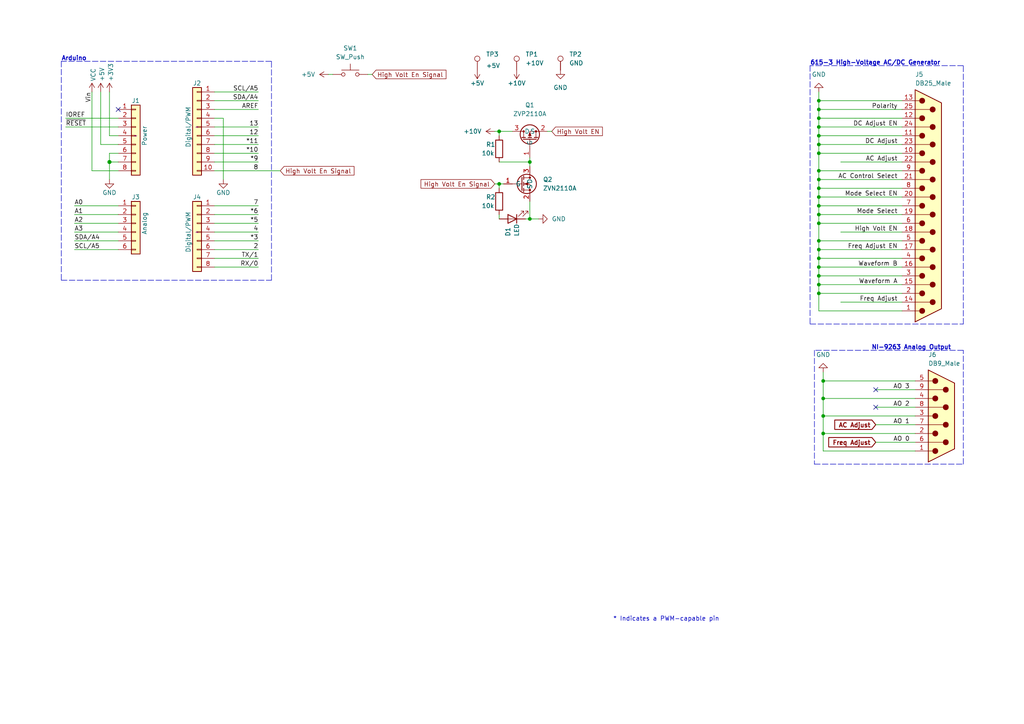
<source format=kicad_sch>
(kicad_sch (version 20211123) (generator eeschema)
  (paper "A4")
  (title_block (date "mar. 31 mars 2015"))
  (lib_symbols
    (symbol "Connector:DB25_Male" (pin_names (offset 1.016) hide)
      (property "Reference" "J" (at 0 34.29 0))
      (property "Value" "DB25_Male" (at 0 -34.925 0))
      (symbol "DB25_Male_0_1"
        (circle (center -1.778 -30.48) (radius 0.762) (fill (type outline)))
        (circle (center -1.778 -25.4) (radius 0.762) (fill (type outline)))
        (circle (center -1.778 -20.32) (radius 0.762) (fill (type outline)))
        (circle (center -1.778 -15.24) (radius 0.762) (fill (type outline)))
        (circle (center -1.778 -10.16) (radius 0.762) (fill (type outline)))
        (circle (center -1.778 -5.08) (radius 0.762) (fill (type outline)))
        (circle (center -1.778 0) (radius 0.762) (fill (type outline)))
        (circle (center -1.778 5.08) (radius 0.762) (fill (type outline)))
        (circle (center -1.778 10.16) (radius 0.762) (fill (type outline)))
        (circle (center -1.778 15.24) (radius 0.762) (fill (type outline)))
        (circle (center -1.778 20.32) (radius 0.762) (fill (type outline)))
        (circle (center -1.778 25.4) (radius 0.762) (fill (type outline)))
        (circle (center -1.778 30.48) (radius 0.762) (fill (type outline)))
        (polyline (pts (xy -3.81 -30.48) (xy -2.54 -30.48)))
        (polyline (pts (xy -3.81 -27.94) (xy 0.508 -27.94)))
        (polyline (pts (xy -3.81 -25.4) (xy -2.54 -25.4)))
        (polyline (pts (xy -3.81 -22.86) (xy 0.508 -22.86)))
        (polyline (pts (xy -3.81 -20.32) (xy -2.54 -20.32)))
        (polyline (pts (xy -3.81 -17.78) (xy 0.508 -17.78)))
        (polyline (pts (xy -3.81 -15.24) (xy -2.54 -15.24)))
        (polyline (pts (xy -3.81 -12.7) (xy 0.508 -12.7)))
        (polyline (pts (xy -3.81 -10.16) (xy -2.54 -10.16)))
        (polyline (pts (xy -3.81 -7.62) (xy 0.508 -7.62)))
        (polyline (pts (xy -3.81 -5.08) (xy -2.54 -5.08)))
        (polyline (pts (xy -3.81 -2.54) (xy 0.508 -2.54)))
        (polyline (pts (xy -3.81 0) (xy -2.54 0)))
        (polyline (pts (xy -3.81 2.54) (xy 0.508 2.54)))
        (polyline (pts (xy -3.81 5.08) (xy -2.54 5.08)))
        (polyline (pts (xy -3.81 7.62) (xy 0.508 7.62)))
        (polyline (pts (xy -3.81 10.16) (xy -2.54 10.16)))
        (polyline (pts (xy -3.81 12.7) (xy 0.508 12.7)))
        (polyline (pts (xy -3.81 15.24) (xy -2.54 15.24)))
        (polyline (pts (xy -3.81 17.78) (xy 0.508 17.78)))
        (polyline (pts (xy -3.81 20.32) (xy -2.54 20.32)))
        (polyline (pts (xy -3.81 22.86) (xy 0.508 22.86)))
        (polyline (pts (xy -3.81 25.4) (xy -2.54 25.4)))
        (polyline (pts (xy -3.81 27.94) (xy 0.508 27.94)))
        (polyline (pts (xy -3.81 30.48) (xy -2.54 30.48)))
        (polyline (pts (xy -3.81 -33.655) (xy 3.81 -29.845) (xy 3.81 29.845) (xy -3.81 33.655) (xy -3.81 -33.655)) (stroke (width 0.254)) (fill (type background)))
        (circle (center 1.27 -27.94) (radius 0.762) (fill (type outline)))
        (circle (center 1.27 -22.86) (radius 0.762) (fill (type outline)))
        (circle (center 1.27 -17.78) (radius 0.762) (fill (type outline)))
        (circle (center 1.27 -12.7) (radius 0.762) (fill (type outline)))
        (circle (center 1.27 -7.62) (radius 0.762) (fill (type outline)))
        (circle (center 1.27 -2.54) (radius 0.762) (fill (type outline)))
        (circle (center 1.27 2.54) (radius 0.762) (fill (type outline)))
        (circle (center 1.27 7.62) (radius 0.762) (fill (type outline)))
        (circle (center 1.27 12.7) (radius 0.762) (fill (type outline)))
        (circle (center 1.27 17.78) (radius 0.762) (fill (type outline)))
        (circle (center 1.27 22.86) (radius 0.762) (fill (type outline)))
        (circle (center 1.27 27.94) (radius 0.762) (fill (type outline)))
      )
      (symbol "DB25_Male_1_1"
        (pin passive line (at -7.62 -30.48 0) (length 3.81) (name "1") (number "1"))
        (pin passive line (at -7.62 15.24 0) (length 3.81) (name "10") (number "10"))
        (pin passive line (at -7.62 20.32 0) (length 3.81) (name "11") (number "11"))
        (pin passive line (at -7.62 25.4 0) (length 3.81) (name "12") (number "12"))
        (pin passive line (at -7.62 30.48 0) (length 3.81) (name "13") (number "13"))
        (pin passive line (at -7.62 -27.94 0) (length 3.81) (name "P14") (number "14"))
        (pin passive line (at -7.62 -22.86 0) (length 3.81) (name "P15") (number "15"))
        (pin passive line (at -7.62 -17.78 0) (length 3.81) (name "P16") (number "16"))
        (pin passive line (at -7.62 -12.7 0) (length 3.81) (name "P17") (number "17"))
        (pin passive line (at -7.62 -7.62 0) (length 3.81) (name "P18") (number "18"))
        (pin passive line (at -7.62 -2.54 0) (length 3.81) (name "P19") (number "19"))
        (pin passive line (at -7.62 -25.4 0) (length 3.81) (name "2") (number "2"))
        (pin passive line (at -7.62 2.54 0) (length 3.81) (name "P20") (number "20"))
        (pin passive line (at -7.62 7.62 0) (length 3.81) (name "P21") (number "21"))
        (pin passive line (at -7.62 12.7 0) (length 3.81) (name "P22") (number "22"))
        (pin passive line (at -7.62 17.78 0) (length 3.81) (name "P23") (number "23"))
        (pin passive line (at -7.62 22.86 0) (length 3.81) (name "P24") (number "24"))
        (pin passive line (at -7.62 27.94 0) (length 3.81) (name "P25") (number "25"))
        (pin passive line (at -7.62 -20.32 0) (length 3.81) (name "3") (number "3"))
        (pin passive line (at -7.62 -15.24 0) (length 3.81) (name "4") (number "4"))
        (pin passive line (at -7.62 -10.16 0) (length 3.81) (name "5") (number "5"))
        (pin passive line (at -7.62 -5.08 0) (length 3.81) (name "6") (number "6"))
        (pin passive line (at -7.62 0 0) (length 3.81) (name "7") (number "7"))
        (pin passive line (at -7.62 5.08 0) (length 3.81) (name "8") (number "8"))
        (pin passive line (at -7.62 10.16 0) (length 3.81) (name "9") (number "9"))
      )
    )
    (symbol "Connector:DB9_Male" (pin_names (offset 1.016) hide)
      (property "Reference" "J" (at 0 13.97 0))
      (property "Value" "DB9_Male" (at 0 -14.605 0))
      (symbol "DB9_Male_0_1"
        (circle (center -1.778 -10.16) (radius 0.762) (fill (type outline)))
        (circle (center -1.778 -5.08) (radius 0.762) (fill (type outline)))
        (circle (center -1.778 0) (radius 0.762) (fill (type outline)))
        (circle (center -1.778 5.08) (radius 0.762) (fill (type outline)))
        (circle (center -1.778 10.16) (radius 0.762) (fill (type outline)))
        (polyline (pts (xy -3.81 -10.16) (xy -2.54 -10.16)))
        (polyline (pts (xy -3.81 -7.62) (xy 0.508 -7.62)))
        (polyline (pts (xy -3.81 -5.08) (xy -2.54 -5.08)))
        (polyline (pts (xy -3.81 -2.54) (xy 0.508 -2.54)))
        (polyline (pts (xy -3.81 0) (xy -2.54 0)))
        (polyline (pts (xy -3.81 2.54) (xy 0.508 2.54)))
        (polyline (pts (xy -3.81 5.08) (xy -2.54 5.08)))
        (polyline (pts (xy -3.81 7.62) (xy 0.508 7.62)))
        (polyline (pts (xy -3.81 10.16) (xy -2.54 10.16)))
        (polyline (pts (xy -3.81 -13.335) (xy -3.81 13.335) (xy 3.81 9.525) (xy 3.81 -9.525) (xy -3.81 -13.335)) (stroke (width 0.254)) (fill (type background)))
        (circle (center 1.27 -7.62) (radius 0.762) (fill (type outline)))
        (circle (center 1.27 -2.54) (radius 0.762) (fill (type outline)))
        (circle (center 1.27 2.54) (radius 0.762) (fill (type outline)))
        (circle (center 1.27 7.62) (radius 0.762) (fill (type outline)))
      )
      (symbol "DB9_Male_1_1"
        (pin passive line (at -7.62 -10.16 0) (length 3.81) (name "1") (number "1"))
        (pin passive line (at -7.62 -5.08 0) (length 3.81) (name "2") (number "2"))
        (pin passive line (at -7.62 0 0) (length 3.81) (name "3") (number "3"))
        (pin passive line (at -7.62 5.08 0) (length 3.81) (name "4") (number "4"))
        (pin passive line (at -7.62 10.16 0) (length 3.81) (name "5") (number "5"))
        (pin passive line (at -7.62 -7.62 0) (length 3.81) (name "6") (number "6"))
        (pin passive line (at -7.62 -2.54 0) (length 3.81) (name "7") (number "7"))
        (pin passive line (at -7.62 2.54 0) (length 3.81) (name "8") (number "8"))
        (pin passive line (at -7.62 7.62 0) (length 3.81) (name "9") (number "9"))
      )
    )
    (symbol "Connector:TestPoint" (pin_numbers hide) (pin_names (offset 0.762) hide)
      (property "Reference" "TP" (at 0 6.858 0))
      (property "Value" "TestPoint" (at 0 5.08 0))
      (symbol "TestPoint_0_1"
        (circle (center 0 3.302) (radius 0.762))
      )
      (symbol "TestPoint_1_1"
        (pin passive line (at 0 0 90) (length 2.54) (name "1") (number "1"))
      )
    )
    (symbol "Connector_Generic:Conn_01x06" (pin_names (offset 1.016) hide)
      (property "Reference" "J" (at 0 7.62 0))
      (property "Value" "Conn_01x06" (at 0 -10.16 0))
      (symbol "Conn_01x06_1_1"
        (rectangle (start -1.27 -7.493) (end 0 -7.747) (stroke (width 0.1524)))
        (rectangle (start -1.27 -4.953) (end 0 -5.207) (stroke (width 0.1524)))
        (rectangle (start -1.27 -2.413) (end 0 -2.667) (stroke (width 0.1524)))
        (rectangle (start -1.27 0.127) (end 0 -0.127) (stroke (width 0.1524)))
        (rectangle (start -1.27 2.667) (end 0 2.413) (stroke (width 0.1524)))
        (rectangle (start -1.27 5.207) (end 0 4.953) (stroke (width 0.1524)))
        (rectangle (start -1.27 6.35) (end 1.27 -8.89) (stroke (width 0.254)) (fill (type background)))
        (pin passive line (at -5.08 5.08 0) (length 3.81) (name "Pin_1") (number "1"))
        (pin passive line (at -5.08 2.54 0) (length 3.81) (name "Pin_2") (number "2"))
        (pin passive line (at -5.08 0 0) (length 3.81) (name "Pin_3") (number "3"))
        (pin passive line (at -5.08 -2.54 0) (length 3.81) (name "Pin_4") (number "4"))
        (pin passive line (at -5.08 -5.08 0) (length 3.81) (name "Pin_5") (number "5"))
        (pin passive line (at -5.08 -7.62 0) (length 3.81) (name "Pin_6") (number "6"))
      )
    )
    (symbol "Connector_Generic:Conn_01x08" (pin_names (offset 1.016) hide)
      (property "Reference" "J" (at 0 10.16 0))
      (property "Value" "Conn_01x08" (at 0 -12.7 0))
      (symbol "Conn_01x08_1_1"
        (rectangle (start -1.27 -10.033) (end 0 -10.287) (stroke (width 0.1524)))
        (rectangle (start -1.27 -7.493) (end 0 -7.747) (stroke (width 0.1524)))
        (rectangle (start -1.27 -4.953) (end 0 -5.207) (stroke (width 0.1524)))
        (rectangle (start -1.27 -2.413) (end 0 -2.667) (stroke (width 0.1524)))
        (rectangle (start -1.27 0.127) (end 0 -0.127) (stroke (width 0.1524)))
        (rectangle (start -1.27 2.667) (end 0 2.413) (stroke (width 0.1524)))
        (rectangle (start -1.27 5.207) (end 0 4.953) (stroke (width 0.1524)))
        (rectangle (start -1.27 7.747) (end 0 7.493) (stroke (width 0.1524)))
        (rectangle (start -1.27 8.89) (end 1.27 -11.43) (stroke (width 0.254)) (fill (type background)))
        (pin passive line (at -5.08 7.62 0) (length 3.81) (name "Pin_1") (number "1"))
        (pin passive line (at -5.08 5.08 0) (length 3.81) (name "Pin_2") (number "2"))
        (pin passive line (at -5.08 2.54 0) (length 3.81) (name "Pin_3") (number "3"))
        (pin passive line (at -5.08 0 0) (length 3.81) (name "Pin_4") (number "4"))
        (pin passive line (at -5.08 -2.54 0) (length 3.81) (name "Pin_5") (number "5"))
        (pin passive line (at -5.08 -5.08 0) (length 3.81) (name "Pin_6") (number "6"))
        (pin passive line (at -5.08 -7.62 0) (length 3.81) (name "Pin_7") (number "7"))
        (pin passive line (at -5.08 -10.16 0) (length 3.81) (name "Pin_8") (number "8"))
      )
    )
    (symbol "Connector_Generic:Conn_01x10" (pin_names (offset 1.016) hide)
      (property "Reference" "J" (at 0 12.7 0))
      (property "Value" "Conn_01x10" (at 0 -15.24 0))
      (symbol "Conn_01x10_1_1"
        (rectangle (start -1.27 -12.573) (end 0 -12.827) (stroke (width 0.1524)))
        (rectangle (start -1.27 -10.033) (end 0 -10.287) (stroke (width 0.1524)))
        (rectangle (start -1.27 -7.493) (end 0 -7.747) (stroke (width 0.1524)))
        (rectangle (start -1.27 -4.953) (end 0 -5.207) (stroke (width 0.1524)))
        (rectangle (start -1.27 -2.413) (end 0 -2.667) (stroke (width 0.1524)))
        (rectangle (start -1.27 0.127) (end 0 -0.127) (stroke (width 0.1524)))
        (rectangle (start -1.27 2.667) (end 0 2.413) (stroke (width 0.1524)))
        (rectangle (start -1.27 5.207) (end 0 4.953) (stroke (width 0.1524)))
        (rectangle (start -1.27 7.747) (end 0 7.493) (stroke (width 0.1524)))
        (rectangle (start -1.27 10.287) (end 0 10.033) (stroke (width 0.1524)))
        (rectangle (start -1.27 11.43) (end 1.27 -13.97) (stroke (width 0.254)) (fill (type background)))
        (pin passive line (at -5.08 10.16 0) (length 3.81) (name "Pin_1") (number "1"))
        (pin passive line (at -5.08 -12.7 0) (length 3.81) (name "Pin_10") (number "10"))
        (pin passive line (at -5.08 7.62 0) (length 3.81) (name "Pin_2") (number "2"))
        (pin passive line (at -5.08 5.08 0) (length 3.81) (name "Pin_3") (number "3"))
        (pin passive line (at -5.08 2.54 0) (length 3.81) (name "Pin_4") (number "4"))
        (pin passive line (at -5.08 0 0) (length 3.81) (name "Pin_5") (number "5"))
        (pin passive line (at -5.08 -2.54 0) (length 3.81) (name "Pin_6") (number "6"))
        (pin passive line (at -5.08 -5.08 0) (length 3.81) (name "Pin_7") (number "7"))
        (pin passive line (at -5.08 -7.62 0) (length 3.81) (name "Pin_8") (number "8"))
        (pin passive line (at -5.08 -10.16 0) (length 3.81) (name "Pin_9") (number "9"))
      )
    )
    (symbol "Custom:ZVN2110A" (pin_names (offset 1.016))
      (property "Reference" "Q" (at 1.27 5.08 0))
      (property "Value" "ZVN2110A" (at 0 -3.81 0))
      (symbol "ZVN2110A_0_1"
        (polyline (pts (xy -1.778 0) (xy -1.778 1.778)))
        (polyline (pts (xy 1.778 0) (xy 1.778 1.778)))
      )
      (symbol "ZVN2110A_1_1"
        (circle (center -1.778 0) (radius 0.254) (fill (type outline)))
        (polyline (pts (xy -1.27 1.778) (xy -2.286 1.778)) (stroke (width 0.254)))
        (polyline (pts (xy 0 2.286) (xy 0 5.08)))
        (polyline (pts (xy 0.508 1.778) (xy -0.508 1.778)) (stroke (width 0.254)))
        (polyline (pts (xy 1.905 2.286) (xy -1.905 2.286)) (stroke (width 0.254)))
        (polyline (pts (xy 2.286 1.778) (xy 1.27 1.778)) (stroke (width 0.254)))
        (polyline (pts (xy 2.54 0) (xy 1.778 0)))
        (polyline (pts (xy -2.54 0) (xy 0 0) (xy 0 1.778)))
        (polyline (pts (xy 0 1.524) (xy 0.381 0.508) (xy -0.381 0.508) (xy 0 1.524)) (fill (type outline)))
        (circle (center 0 0.889) (radius 2.794) (stroke (width 0.254)))
        (circle (center 1.778 0) (radius 0.254) (fill (type outline)))
        (pin input line (at 0 7.62 270) (length 2.54) (name "G") (number "1"))
        (pin passive line (at -5.08 0 0) (length 2.54) (name "S") (number "2"))
        (pin passive line (at 5.08 0 180) (length 2.54) (name "D") (number "3"))
      )
    )
    (symbol "Custom:ZVP2110A" (pin_names (offset 1.016))
      (property "Reference" "Q" (at 1.27 5.08 0))
      (property "Value" "ZVP2110A" (at 0 -3.81 0))
      (symbol "ZVP2110A_0_1"
        (polyline (pts (xy -1.778 0) (xy -1.778 1.778)))
        (polyline (pts (xy 1.778 0) (xy 1.778 1.778)))
      )
      (symbol "ZVP2110A_1_1"
        (circle (center -1.778 0) (radius 0.254) (fill (type outline)))
        (polyline (pts (xy -1.27 1.778) (xy -2.286 1.778)) (stroke (width 0.254)))
        (polyline (pts (xy 0 2.286) (xy 0 5.08)))
        (polyline (pts (xy 0.508 1.778) (xy -0.508 1.778)) (stroke (width 0.254)))
        (polyline (pts (xy 1.905 2.286) (xy -1.905 2.286)) (stroke (width 0.254)))
        (polyline (pts (xy 2.286 1.778) (xy 1.27 1.778)) (stroke (width 0.254)))
        (polyline (pts (xy 2.54 0) (xy 1.778 0)))
        (polyline (pts (xy -2.54 0) (xy 0 0) (xy 0 1.778)))
        (polyline (pts (xy 0 0.254) (xy -0.381 1.27) (xy 0.381 1.27) (xy 0 0.254)) (fill (type outline)))
        (circle (center 0 0.889) (radius 2.794) (stroke (width 0.254)))
        (circle (center 1.778 0) (radius 0.254) (fill (type outline)))
        (pin input line (at 0 7.62 270) (length 2.54) (name "G") (number "1"))
        (pin passive line (at -5.08 0 0) (length 2.54) (name "S") (number "2"))
        (pin passive line (at 5.08 0 180) (length 2.54) (name "D") (number "3"))
      )
    )
    (symbol "Device:LED" (pin_numbers hide) (pin_names (offset 1.016) hide)
      (property "Reference" "D" (at 0 2.54 0))
      (property "Value" "LED" (at 0 -2.54 0))
      (symbol "LED_0_1"
        (polyline (pts (xy -1.27 -1.27) (xy -1.27 1.27)) (stroke (width 0.254)))
        (polyline (pts (xy -1.27 0) (xy 1.27 0)))
        (polyline (pts (xy 1.27 -1.27) (xy 1.27 1.27) (xy -1.27 0) (xy 1.27 -1.27)) (stroke (width 0.254)))
        (polyline (pts (xy -3.048 -0.762) (xy -4.572 -2.286) (xy -3.81 -2.286) (xy -4.572 -2.286) (xy -4.572 -1.524)))
        (polyline (pts (xy -1.778 -0.762) (xy -3.302 -2.286) (xy -2.54 -2.286) (xy -3.302 -2.286) (xy -3.302 -1.524)))
      )
      (symbol "LED_1_1"
        (pin passive line (at -3.81 0 0) (length 2.54) (name "K") (number "1"))
        (pin passive line (at 3.81 0 180) (length 2.54) (name "A") (number "2"))
      )
    )
    (symbol "Device:R" (pin_numbers hide) (pin_names (offset 0))
      (property "Reference" "R" (at 2.032 0 90))
      (property "Value" "R" (at 0 0 90))
      (symbol "R_0_1"
        (rectangle (start -1.016 -2.54) (end 1.016 2.54) (stroke (width 0.254)))
      )
      (symbol "R_1_1"
        (pin passive line (at 0 3.81 270) (length 1.27) (name "~") (number "1"))
        (pin passive line (at 0 -3.81 90) (length 1.27) (name "~") (number "2"))
      )
    )
    (symbol "Switch:SW_Push" (pin_numbers hide) (pin_names (offset 1.016) hide)
      (property "Reference" "SW" (at 1.27 2.54 0))
      (property "Value" "SW_Push" (at 0 -1.524 0))
      (symbol "SW_Push_0_1"
        (circle (center -2.032 0) (radius 0.508))
        (polyline (pts (xy 0 1.27) (xy 0 3.048)))
        (polyline (pts (xy 2.54 1.27) (xy -2.54 1.27)))
        (circle (center 2.032 0) (radius 0.508))
        (pin passive line (at -5.08 0 0) (length 2.54) (name "1") (number "1"))
        (pin passive line (at 5.08 0 180) (length 2.54) (name "2") (number "2"))
      )
    )
    (symbol "power:+10V" (power) (pin_names (offset 0))
      (property "Value" "+10V" (at 0 3.556 0))
      (symbol "+10V_0_1"
        (polyline (pts (xy -0.762 1.27) (xy 0 2.54)))
        (polyline (pts (xy 0 0) (xy 0 2.54)))
        (polyline (pts (xy 0 2.54) (xy 0.762 1.27)))
      )
      (symbol "+10V_1_1"
        (pin power_in line (at 0 0 90) (length 0) hide (name "+10V") (number "1"))
      )
    )
    (symbol "power:+3V3" (power) (pin_names (offset 0))
      (property "Value" "+3V3" (at 0 3.556 0))
      (symbol "+3V3_0_1"
        (polyline (pts (xy -0.762 1.27) (xy 0 2.54)))
        (polyline (pts (xy 0 0) (xy 0 2.54)))
        (polyline (pts (xy 0 2.54) (xy 0.762 1.27)))
      )
      (symbol "+3V3_1_1"
        (pin power_in line (at 0 0 90) (length 0) hide (name "+3V3") (number "1"))
      )
    )
    (symbol "power:+5V" (power) (pin_names (offset 0))
      (property "Value" "+5V" (at 0 3.556 0))
      (symbol "+5V_0_1"
        (polyline (pts (xy -0.762 1.27) (xy 0 2.54)))
        (polyline (pts (xy 0 0) (xy 0 2.54)))
        (polyline (pts (xy 0 2.54) (xy 0.762 1.27)))
      )
      (symbol "+5V_1_1"
        (pin power_in line (at 0 0 90) (length 0) hide (name "+5V") (number "1"))
      )
    )
    (symbol "power:GND" (power) (pin_names (offset 0))
      (property "Value" "GND" (at 0 -3.81 0))
      (symbol "GND_0_1"
        (polyline (pts (xy 0 0) (xy 0 -1.27) (xy 1.27 -1.27) (xy 0 -2.54) (xy -1.27 -1.27) (xy 0 -1.27)))
      )
      (symbol "GND_1_1"
        (pin power_in line (at 0 0 270) (length 0) hide (name "GND") (number "1"))
      )
    )
    (symbol "power:VCC" (power) (pin_names (offset 0))
      (property "Value" "VCC" (at 0 3.81 0))
      (symbol "VCC_0_1"
        (polyline (pts (xy -0.762 1.27) (xy 0 2.54)))
        (polyline (pts (xy 0 0) (xy 0 2.54)))
        (polyline (pts (xy 0 2.54) (xy 0.762 1.27)))
      )
      (symbol "VCC_1_1"
        (pin power_in line (at 0 0 90) (length 0) hide (name "VCC") (number "1"))
      )
    )
  )
  (junction (at 144.78 38.1))
  (junction (at 237.49 36.83))
  (junction (at 237.49 34.29))
  (junction (at 237.49 59.69))
  (junction (at 144.78 53.34))
  (junction (at 238.76 125.73))
  (junction (at 31.75 46.99) (diameter 1.016))
  (junction (at 237.49 31.75))
  (junction (at 237.49 44.45))
  (junction (at 237.49 41.91))
  (junction (at 237.49 54.61))
  (junction (at 237.49 80.01))
  (junction (at 238.76 115.57))
  (junction (at 153.67 63.5))
  (junction (at 238.76 110.49))
  (junction (at 237.49 82.55))
  (junction (at 237.49 85.09))
  (junction (at 237.49 77.47))
  (junction (at 237.49 69.85))
  (junction (at 237.49 62.23))
  (junction (at 237.49 72.39))
  (junction (at 237.49 52.07))
  (junction (at 237.49 74.93))
  (junction (at 237.49 49.53))
  (junction (at 153.67 46.99))
  (junction (at 238.76 120.65))
  (junction (at 237.49 39.37))
  (junction (at 237.49 57.15))
  (junction (at 237.49 29.21))
  (junction (at 237.49 64.77))
  (no_connect (at 254 113.03))
  (no_connect (at 254 118.11))
  (no_connect (at 34.29 31.75))
  (wire (pts (xy 62.23 77.47) (xy 74.93 77.47)))
  (wire (pts (xy 237.49 72.39) (xy 237.49 69.85)))
  (wire (pts (xy 62.23 44.45) (xy 74.93 44.45)))
  (wire (pts (xy 62.23 26.67) (xy 74.93 26.67)))
  (wire (pts (xy 144.78 38.1) (xy 148.59 38.1)))
  (wire (pts (xy 238.76 115.57) (xy 238.76 120.65)))
  (wire (pts (xy 144.78 53.34) (xy 146.05 53.34)))
  (wire (pts (xy 237.49 52.07) (xy 237.49 54.61)))
  (wire (pts (xy 237.49 82.55) (xy 237.49 80.01)))
  (wire (pts (xy 261.62 80.01) (xy 237.49 80.01)))
  (wire (pts (xy 31.75 44.45) (xy 31.75 46.99)))
  (wire (pts (xy 237.49 34.29) (xy 237.49 31.75)))
  (wire (pts (xy 21.59 72.39) (xy 34.29 72.39)))
  (polyline (pts (xy 17.78 81.28) (xy 78.74 81.28)))
  (wire (pts (xy 237.49 69.85) (xy 237.49 64.77)))
  (wire (pts (xy 238.76 110.49) (xy 238.76 115.57)))
  (wire (pts (xy 238.76 110.49) (xy 265.43 110.49)))
  (wire (pts (xy 156.21 63.5) (xy 153.67 63.5)))
  (wire (pts (xy 31.75 46.99) (xy 31.75 52.07)))
  (wire (pts (xy 237.49 31.75) (xy 237.49 29.21)))
  (wire (pts (xy 31.75 39.37) (xy 34.29 39.37)))
  (wire (pts (xy 261.62 49.53) (xy 237.49 49.53)))
  (wire (pts (xy 237.49 77.47) (xy 261.62 77.47)))
  (wire (pts (xy 29.21 41.91) (xy 34.29 41.91)))
  (wire (pts (xy 29.21 26.67) (xy 29.21 41.91)))
  (wire (pts (xy 237.49 29.21) (xy 237.49 26.67)))
  (wire (pts (xy 237.49 72.39) (xy 261.62 72.39)))
  (wire (pts (xy 237.49 41.91) (xy 261.62 41.91)))
  (wire (pts (xy 143.51 53.34) (xy 144.78 53.34)))
  (wire (pts (xy 62.23 36.83) (xy 74.93 36.83)))
  (wire (pts (xy 153.67 58.42) (xy 153.67 63.5)))
  (wire (pts (xy 31.75 26.67) (xy 31.75 39.37)))
  (wire (pts (xy 62.23 59.69) (xy 74.93 59.69)))
  (polyline (pts (xy 78.74 81.28) (xy 78.74 17.78)))
  (wire (pts (xy 144.78 63.5) (xy 144.78 62.23)))
  (wire (pts (xy 34.29 59.69) (xy 21.59 59.69)))
  (wire (pts (xy 261.62 85.09) (xy 237.49 85.09)))
  (wire (pts (xy 62.23 39.37) (xy 74.93 39.37)))
  (wire (pts (xy 153.67 46.99) (xy 153.67 48.26)))
  (wire (pts (xy 261.62 34.29) (xy 237.49 34.29)))
  (wire (pts (xy 62.23 62.23) (xy 74.93 62.23)))
  (polyline (pts (xy 17.78 17.78) (xy 17.78 81.28)))
  (wire (pts (xy 237.49 57.15) (xy 237.49 54.61)))
  (wire (pts (xy 243.84 67.31) (xy 261.62 67.31)))
  (wire (pts (xy 237.49 74.93) (xy 237.49 72.39)))
  (wire (pts (xy 237.49 59.69) (xy 237.49 62.23)))
  (wire (pts (xy 153.67 46.99) (xy 153.67 45.72)))
  (wire (pts (xy 144.78 39.37) (xy 144.78 38.1)))
  (wire (pts (xy 238.76 125.73) (xy 238.76 130.81)))
  (wire (pts (xy 261.62 39.37) (xy 237.49 39.37)))
  (wire (pts (xy 237.49 77.47) (xy 237.49 80.01)))
  (wire (pts (xy 62.23 46.99) (xy 74.93 46.99)))
  (wire (pts (xy 238.76 115.57) (xy 265.43 115.57)))
  (wire (pts (xy 254 118.11) (xy 265.43 118.11)))
  (wire (pts (xy 95.25 21.59) (xy 96.52 21.59)))
  (wire (pts (xy 62.23 67.31) (xy 74.93 67.31)))
  (wire (pts (xy 261.62 44.45) (xy 237.49 44.45)))
  (wire (pts (xy 237.49 36.83) (xy 237.49 34.29)))
  (wire (pts (xy 19.05 34.29) (xy 34.29 34.29)))
  (wire (pts (xy 238.76 130.81) (xy 265.43 130.81)))
  (wire (pts (xy 144.78 53.34) (xy 144.78 54.61)))
  (wire (pts (xy 237.49 62.23) (xy 261.62 62.23)))
  (wire (pts (xy 238.76 120.65) (xy 238.76 125.73)))
  (wire (pts (xy 243.84 46.99) (xy 261.62 46.99)))
  (wire (pts (xy 64.77 34.29) (xy 64.77 52.07)))
  (wire (pts (xy 237.49 49.53) (xy 237.49 44.45)))
  (wire (pts (xy 261.62 90.17) (xy 237.49 90.17)))
  (polyline (pts (xy 279.4 134.62) (xy 279.4 101.6)))
  (wire (pts (xy 62.23 31.75) (xy 74.93 31.75)))
  (wire (pts (xy 160.02 38.1) (xy 158.75 38.1)))
  (polyline (pts (xy 234.95 19.05) (xy 234.95 93.98)))
  (polyline (pts (xy 279.4 93.98) (xy 279.4 19.05)))
  (wire (pts (xy 34.29 64.77) (xy 21.59 64.77)))
  (wire (pts (xy 19.05 36.83) (xy 34.29 36.83)))
  (wire (pts (xy 34.29 46.99) (xy 31.75 46.99)))
  (polyline (pts (xy 234.95 93.98) (xy 279.4 93.98)))
  (wire (pts (xy 144.78 46.99) (xy 153.67 46.99)))
  (wire (pts (xy 143.51 38.1) (xy 144.78 38.1)))
  (wire (pts (xy 237.49 54.61) (xy 261.62 54.61)))
  (polyline (pts (xy 279.4 101.6) (xy 236.22 101.6)))
  (wire (pts (xy 237.49 64.77) (xy 261.62 64.77)))
  (wire (pts (xy 237.49 31.75) (xy 261.62 31.75)))
  (wire (pts (xy 34.29 49.53) (xy 26.67 49.53)))
  (wire (pts (xy 237.49 39.37) (xy 237.49 36.83)))
  (wire (pts (xy 254 123.19) (xy 265.43 123.19)))
  (wire (pts (xy 254 113.03) (xy 265.43 113.03)))
  (wire (pts (xy 21.59 62.23) (xy 34.29 62.23)))
  (wire (pts (xy 237.49 74.93) (xy 237.49 77.47)))
  (wire (pts (xy 243.84 87.63) (xy 261.62 87.63)))
  (wire (pts (xy 237.49 85.09) (xy 237.49 82.55)))
  (wire (pts (xy 237.49 41.91) (xy 237.49 44.45)))
  (wire (pts (xy 261.62 74.93) (xy 237.49 74.93)))
  (wire (pts (xy 62.23 34.29) (xy 64.77 34.29)))
  (polyline (pts (xy 279.4 19.05) (xy 234.95 19.05)))
  (wire (pts (xy 34.29 44.45) (xy 31.75 44.45)))
  (wire (pts (xy 62.23 41.91) (xy 74.93 41.91)))
  (wire (pts (xy 237.49 57.15) (xy 261.62 57.15)))
  (wire (pts (xy 237.49 49.53) (xy 237.49 52.07)))
  (wire (pts (xy 153.67 63.5) (xy 152.4 63.5)))
  (wire (pts (xy 237.49 52.07) (xy 261.62 52.07)))
  (wire (pts (xy 62.23 64.77) (xy 74.93 64.77)))
  (wire (pts (xy 237.49 62.23) (xy 237.49 64.77)))
  (wire (pts (xy 237.49 90.17) (xy 237.49 85.09)))
  (wire (pts (xy 107.95 21.59) (xy 106.68 21.59)))
  (wire (pts (xy 254 128.27) (xy 265.43 128.27)))
  (wire (pts (xy 261.62 69.85) (xy 237.49 69.85)))
  (wire (pts (xy 21.59 67.31) (xy 34.29 67.31)))
  (polyline (pts (xy 236.22 101.6) (xy 236.22 134.62)))
  (wire (pts (xy 238.76 125.73) (xy 265.43 125.73)))
  (wire (pts (xy 237.49 39.37) (xy 237.49 41.91)))
  (wire (pts (xy 261.62 29.21) (xy 237.49 29.21)))
  (wire (pts (xy 237.49 59.69) (xy 237.49 57.15)))
  (wire (pts (xy 238.76 107.95) (xy 238.76 110.49)))
  (polyline (pts (xy 236.22 134.62) (xy 279.4 134.62)))
  (wire (pts (xy 62.23 29.21) (xy 74.93 29.21)))
  (wire (pts (xy 62.23 72.39) (xy 74.93 72.39)))
  (wire (pts (xy 62.23 69.85) (xy 74.93 69.85)))
  (polyline (pts (xy 78.74 17.78) (xy 17.78 17.78)))
  (wire (pts (xy 237.49 82.55) (xy 261.62 82.55)))
  (wire (pts (xy 237.49 36.83) (xy 261.62 36.83)))
  (wire (pts (xy 62.23 74.93) (xy 74.93 74.93)))
  (wire (pts (xy 26.67 49.53) (xy 26.67 26.67)))
  (wire (pts (xy 261.62 59.69) (xy 237.49 59.69)))
  (wire (pts (xy 238.76 120.65) (xy 265.43 120.65)))
  (wire (pts (xy 34.29 69.85) (xy 21.59 69.85)))
  (wire (pts (xy 62.23 49.53) (xy 81.28 49.53)))
  (text "NI-9263 Analog Output" (at 252.73 101.6 0) (effects (font (size 1.27 1.27) bold) (justify left bottom)))
  (text "615-3 High-Voltage AC/DC Generator" (at 234.95 19.05 0) (effects (font (size 1.27 1.27) bold) (justify left bottom)))
  (text "* Indicates a PWM-capable pin" (at 177.8 180.34 0) (effects (font (size 1.27 1.27)) (justify left bottom)))
  (text "Arduino" (at 17.78 17.78 0) (effects (font (size 1.27 1.27) (thickness 0.254) bold) (justify left bottom)))
  (label "RX{slash}0" (at 74.93 77.47 180))
  (label "DC Adjust" (at 260.35 41.91 180))
  (label "A2" (at 21.59 64.77 0))
  (label "4" (at 74.93 67.31 180))
  (label "2" (at 74.93 72.39 180))
  (label "A3" (at 21.59 67.31 0))
  (label "Waveform A" (at 260.35 82.55 180))
  (label "13" (at 74.93 36.83 180))
  (label "AC Control Select" (at 260.35 52.07 180))
  (label "12" (at 74.93 39.37 180))
  (label "~{RESET}" (at 19.05 36.83 0))
  (label "Mode Select EN" (at 260.35 57.15 180))
  (label "*10" (at 74.93 44.45 180))
  (label "AO 2" (at 259.0571 118.11 0))
  (label "AO 0" (at 259.08 128.27 0))
  (label "AO 1" (at 259.08 123.19 0))
  (label "7" (at 74.93 59.69 180))
  (label "SDA{slash}A4" (at 74.93 29.21 180))
  (label "8" (at 74.93 49.53 180))
  (label "Freq Adjust EN" (at 260.35 72.39 180))
  (label "*11" (at 74.93 41.91 180))
  (label "Polarity" (at 260.35 31.75 180))
  (label "*3" (at 74.93 69.85 180))
  (label "AC Adjust" (at 260.35 46.99 180))
  (label "Freq Adjust" (at 260.35 87.63 180))
  (label "A1" (at 21.59 62.23 0))
  (label "TX{slash}1" (at 74.93 74.93 180))
  (label "A0" (at 21.59 59.69 0))
  (label "DC Adjust EN" (at 260.35 36.83 180))
  (label "AREF" (at 74.93 31.75 180))
  (label "Vin" (at 26.67 26.67 270))
  (label "*6" (at 74.93 62.23 180))
  (label "AO 3" (at 259.0571 113.03 0))
  (label "SCL{slash}A5" (at 74.93 26.67 180))
  (label "*9" (at 74.93 46.99 180))
  (label "*5" (at 74.93 64.77 180))
  (label "IOREF" (at 19.05 34.29 0))
  (label "SDA{slash}A4" (at 21.59 69.85 0))
  (label "SCL{slash}A5" (at 21.59 72.39 0))
  (label "High Volt EN" (at 260.35 67.31 180))
  (label "Waveform B" (at 260.35 77.47 180))
  (label "Mode Select" (at 260.35 62.23 180))
  (global_label "High Volt En Signal" (shape input) (at 143.51 53.34 180) (property "Intersheet References" "${INTERSHEET_REFS}" (effects hide)))
  (global_label "AC Adjust" (shape input) (at 254 123.19 180) (effects (font bold)) (property "Intersheet References" "${INTERSHEET_REFS}" (effects hide)))
  (global_label "High Volt EN" (shape input) (at 160.02 38.1 0) (property "Intersheet References" "${INTERSHEET_REFS}" (effects hide)))
  (global_label "Freq Adjust" (shape input) (at 254 128.27 180) (effects (font bold)) (property "Intersheet References" "${INTERSHEET_REFS}" (effects hide)))
  (global_label "High Volt En Signal" (shape input) (at 81.28 49.53 0) (property "Intersheet References" "${INTERSHEET_REFS}" (effects hide)))
  (global_label "High Volt En Signal" (shape input) (at 107.95 21.59 0) (property "Intersheet References" "${INTERSHEET_REFS}" (effects hide)))
  (symbol (lib_id "Connector_Generic:Conn_01x08") (at 39.37 39.37 0) (unit 1)
    (property "Reference" "J1" (at 39.37 29.21 0))
    (property "Value" "Power" (at 41.91 39.37 90))
    (property "Footprint" "Connector_PinSocket_2.54mm:PinSocket_1x08_P2.54mm_Vertical" (effects hide))
    (property "Datasheet" "~" (at 39.37 39.37 0))
  )
  (symbol (lib_id "power:+3V3") (at 31.75 26.67 0) (unit 1)
    (property "Reference" "#PWR03" (effects hide))
    (property "Value" "+3.3V" (at 32.131 23.622 90) (effects (justify left)))
  )
  (symbol (lib_id "power:+5V") (at 29.21 26.67 0) (unit 1)
    (property "Reference" "#PWR02" (effects hide))
    (property "Value" "+5V" (at 29.5656 23.622 90) (effects (justify left)))
  )
  (symbol (lib_id "power:GND") (at 31.75 52.07 0) (unit 1)
    (property "Reference" "#PWR04" (effects hide))
    (property "Value" "GND" (at 31.75 55.88 0))
  )
  (symbol (lib_id "Connector_Generic:Conn_01x10") (at 57.15 36.83 0) (mirror y) (unit 1)
    (property "Reference" "J2" (at 57.15 24.13 0))
    (property "Value" "Digital/PWM" (at 54.61 36.83 90))
    (property "Footprint" "Connector_PinSocket_2.54mm:PinSocket_1x10_P2.54mm_Vertical" (effects hide))
    (property "Datasheet" "~" (at 57.15 36.83 0))
  )
  (symbol (lib_id "power:GND") (at 64.77 52.07 0) (unit 1)
    (property "Reference" "#PWR05" (effects hide))
    (property "Value" "GND" (at 64.77 55.88 0))
  )
  (symbol (lib_id "Connector_Generic:Conn_01x06") (at 39.37 64.77 0) (unit 1)
    (property "Reference" "J3" (at 39.37 57.15 0))
    (property "Value" "Analog" (at 41.91 64.77 90))
    (property "Footprint" "Connector_PinSocket_2.54mm:PinSocket_1x06_P2.54mm_Vertical" (effects hide))
  )
  (symbol (lib_id "Connector_Generic:Conn_01x08") (at 57.15 67.31 0) (mirror y) (unit 1)
    (property "Reference" "J4" (at 57.15 57.15 0))
    (property "Value" "Digital/PWM" (at 54.61 67.31 90))
    (property "Footprint" "Connector_PinSocket_2.54mm:PinSocket_1x08_P2.54mm_Vertical" (effects hide))
    (property "Datasheet" "~" (at 57.15 67.31 0))
  )
  (symbol (lib_id "Connector:TestPoint") (at 149.86 20.32 0) (unit 1)
    (property "Reference" "TP1" (at 152.4 15.7479 0) (effects (justify left)))
    (property "Value" "+10V" (at 152.4 18.2879 0) (effects (justify left)))
    (property "Footprint" "TestPoint:TestPoint_THTPad_D2.5mm_Drill1.2mm" (effects hide))
  )
  (symbol (lib_id "Switch:SW_Push") (at 101.6 21.59 0) (unit 1)
    (property "Reference" "SW1" (at 101.6 13.97 0))
    (property "Value" "SW_Push" (at 101.6 16.51 0))
    (property "Footprint" "Button_Switch_THT:SW_PUSH_6mm_H4.3mm" (effects hide))
  )
  (symbol (lib_id "power:+10V") (at 143.51 38.1 90) (unit 1)
    (property "Reference" "#PWR0103" (effects hide))
    (property "Value" "+10V" (at 139.7 38.0999 90) (effects (justify left)))
  )
  (symbol (lib_id "power:GND") (at 237.49 26.67 180) (unit 1)
    (property "Reference" "#PWR0101" (effects hide))
    (property "Value" "GND" (at 237.49 21.59 0))
  )
  (symbol (lib_id "Custom:ZVN2110A") (at 153.67 53.34 90) (unit 1)
    (property "Reference" "Q2" (at 157.48 52.0699 90) (effects (justify right)))
    (property "Value" "ZVN2110A" (at 157.48 54.6099 90) (effects (justify right)))
    (property "Footprint" "CustomFP:ZV-X-2110A" (effects hide))
    (property "Datasheet" "http://www.redrok.com/MOSFET_ZVN2110A_100V_320mA_4O_Vth2.4_TO-92_ELine.pdf" (effects hide))
  )
  (symbol (lib_id "Custom:ZVP2110A") (at 153.67 38.1 180) (unit 1)
    (property "Reference" "Q1" (at 153.67 30.48 0))
    (property "Value" "ZVP2110A" (at 153.67 33.02 0))
    (property "Footprint" "CustomFP:ZV-X-2110A" (effects hide))
    (property "Datasheet" "http://www.redrok.com/MOSFET_ZVN2110A_100V_320mA_4O_Vth2.4_TO-92_ELine.pdf" (effects hide))
  )
  (symbol (lib_id "power:+5V") (at 95.25 21.59 90) (unit 1)
    (property "Reference" "#PWR0107" (effects hide))
    (property "Value" "+5V" (at 91.44 21.5899 90) (effects (justify left)))
  )
  (symbol (lib_id "power:GND") (at 162.56 20.32 0) (unit 1)
    (property "Reference" "#PWR0106" (effects hide))
    (property "Value" "GND" (at 162.56 25.4 0))
  )
  (symbol (lib_id "power:GND") (at 238.76 107.95 180) (unit 1)
    (property "Reference" "#PWR0102" (effects hide))
    (property "Value" "GND" (at 238.76 102.87 0))
  )
  (symbol (lib_id "Connector:TestPoint") (at 162.56 20.32 0) (unit 1)
    (property "Reference" "TP2" (at 165.1 15.7479 0) (effects (justify left)))
    (property "Value" "GND" (at 165.1 18.2879 0) (effects (justify left)))
    (property "Footprint" "TestPoint:TestPoint_THTPad_D2.5mm_Drill1.2mm" (effects hide))
  )
  (symbol (lib_id "power:VCC") (at 26.67 26.67 0) (unit 1)
    (property "Reference" "#PWR01" (effects hide))
    (property "Value" "VCC" (at 27.051 23.622 90) (effects (justify left)))
  )
  (symbol (lib_id "Device:R") (at 144.78 43.18 0) (unit 1)
    (property "Reference" "R1" (at 140.97 41.91 0) (effects (justify left)))
    (property "Value" "10k" (at 139.7 44.45 0) (effects (justify left)))
    (property "Footprint" "Resistor_THT:R_Axial_DIN0309_L9.0mm_D3.2mm_P15.24mm_Horizontal" (effects hide))
  )
  (symbol (lib_id "power:+10V") (at 149.86 20.32 180) (unit 1)
    (property "Reference" "#PWR0105" (effects hide))
    (property "Value" "+10V" (at 149.86 24.13 0))
  )
  (symbol (lib_id "power:+5V") (at 138.43 20.32 180) (unit 1)
    (property "Reference" "#PWR0108" (effects hide))
    (property "Value" "+5V" (at 138.43 24.13 0))
  )
  (symbol (lib_id "Connector:TestPoint") (at 138.43 20.32 0) (unit 1)
    (property "Reference" "TP3" (at 140.97 15.7479 0) (effects (justify left)))
    (property "Value" "+5V" (at 140.97 19.05 0) (effects (justify left)))
    (property "Footprint" "TestPoint:TestPoint_THTPad_D2.5mm_Drill1.2mm" (effects hide))
  )
  (symbol (lib_id "Connector:DB25_Male") (at 269.24 59.69 0) (unit 1)
    (property "Reference" "J5" (at 265.43 21.59 0) (effects (justify left)))
    (property "Value" "DB25_Male" (at 265.43 24.13 0) (effects (justify left)))
    (property "Footprint" "Connector_Dsub:DSUB-25_Male_Horizontal_P2.77x2.54mm_EdgePinOffset9.40mm" (effects hide))
    (property "Datasheet" " ~" (effects hide))
  )
  (symbol (lib_id "power:GND") (at 156.21 63.5 90) (unit 1)
    (property "Reference" "#PWR0104" (effects hide))
    (property "Value" "GND" (at 160.02 63.4999 90) (effects (justify right)))
  )
  (symbol (lib_id "Device:R") (at 144.78 58.42 0) (unit 1)
    (property "Reference" "R2" (at 140.97 57.15 0) (effects (justify left)))
    (property "Value" "10k" (at 139.7 59.69 0) (effects (justify left)))
    (property "Footprint" "Resistor_THT:R_Axial_DIN0309_L9.0mm_D3.2mm_P15.24mm_Horizontal" (effects hide))
  )
  (symbol (lib_id "Device:LED") (at 148.59 63.5 180) (unit 1)
    (property "Reference" "D1" (at 147.32 68.58 90) (effects (justify right)))
    (property "Value" "LED" (at 149.86 68.58 90) (effects (justify right)))
    (property "Footprint" "LED_THT:LED_D3.0mm" (effects hide))
  )
  (symbol (lib_id "Connector:DB9_Male") (at 273.05 120.65 0) (unit 1)
    (property "Reference" "J6" (at 269.24 102.87 0) (effects (justify left)))
    (property "Value" "DB9_Male" (at 269.24 105.41 0) (effects (justify left)))
    (property "Footprint" "Connector_Dsub:DSUB-9_Male_Horizontal_P2.77x2.54mm_EdgePinOffset9.40mm" (effects hide))
    (property "Datasheet" " ~" (effects hide))
  )
)
</source>
